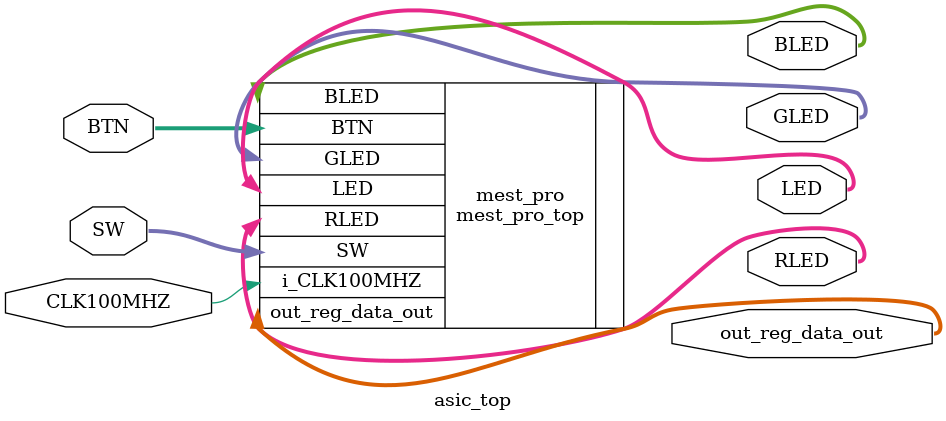
<source format=v>

`timescale 1ns / 1ns

module asic_top (  
    // Local Oscillator
    input CLK100MHZ,
    // Buttons
    input [3:0] BTN,
    // Slide Switches
    input [3:0] SW,
    // Tri-Color LED
    output [1:0] RLED,
    output [1:0] GLED,
    output [1:0] BLED,
    // User LED
    output [3:0] LED,
    output [15:0] out_reg_data_out
);


mest_pro_top #(.ASIC(1)) mest_pro(
    // Local Oscillator
    .i_CLK100MHZ   (CLK100MHZ),
    // Buttons
    .BTN         (BTN),
    // Slide Switches
    .SW          (SW),
    // Tri-Color LED
    .RLED        (RLED),
    .GLED        (GLED),
    .BLED        (BLED),
    // User LED
    .LED         (LED),
    .out_reg_data_out(out_reg_data_out)
);

endmodule

</source>
